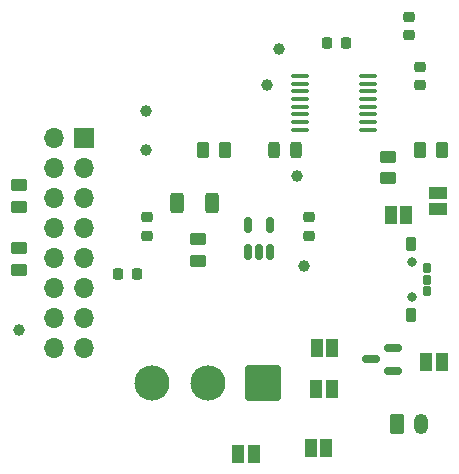
<source format=gbr>
%TF.GenerationSoftware,KiCad,Pcbnew,(6.0.4-0)*%
%TF.CreationDate,2024-03-24T13:43:06+02:00*%
%TF.ProjectId,Project_PCB_v1,50726f6a-6563-4745-9f50-43425f76312e,rev?*%
%TF.SameCoordinates,Original*%
%TF.FileFunction,Soldermask,Top*%
%TF.FilePolarity,Negative*%
%FSLAX46Y46*%
G04 Gerber Fmt 4.6, Leading zero omitted, Abs format (unit mm)*
G04 Created by KiCad (PCBNEW (6.0.4-0)) date 2024-03-24 13:43:06*
%MOMM*%
%LPD*%
G01*
G04 APERTURE LIST*
G04 Aperture macros list*
%AMRoundRect*
0 Rectangle with rounded corners*
0 $1 Rounding radius*
0 $2 $3 $4 $5 $6 $7 $8 $9 X,Y pos of 4 corners*
0 Add a 4 corners polygon primitive as box body*
4,1,4,$2,$3,$4,$5,$6,$7,$8,$9,$2,$3,0*
0 Add four circle primitives for the rounded corners*
1,1,$1+$1,$2,$3*
1,1,$1+$1,$4,$5*
1,1,$1+$1,$6,$7*
1,1,$1+$1,$8,$9*
0 Add four rect primitives between the rounded corners*
20,1,$1+$1,$2,$3,$4,$5,0*
20,1,$1+$1,$4,$5,$6,$7,0*
20,1,$1+$1,$6,$7,$8,$9,0*
20,1,$1+$1,$8,$9,$2,$3,0*%
G04 Aperture macros list end*
%ADD10RoundRect,0.243750X0.243750X0.456250X-0.243750X0.456250X-0.243750X-0.456250X0.243750X-0.456250X0*%
%ADD11RoundRect,0.225000X0.250000X-0.225000X0.250000X0.225000X-0.250000X0.225000X-0.250000X-0.225000X0*%
%ADD12RoundRect,0.218750X0.218750X0.256250X-0.218750X0.256250X-0.218750X-0.256250X0.218750X-0.256250X0*%
%ADD13RoundRect,0.250000X0.450000X-0.262500X0.450000X0.262500X-0.450000X0.262500X-0.450000X-0.262500X0*%
%ADD14RoundRect,0.250000X0.312500X0.625000X-0.312500X0.625000X-0.312500X-0.625000X0.312500X-0.625000X0*%
%ADD15RoundRect,0.250000X-0.262500X-0.450000X0.262500X-0.450000X0.262500X0.450000X-0.262500X0.450000X0*%
%ADD16RoundRect,0.150000X0.587500X0.150000X-0.587500X0.150000X-0.587500X-0.150000X0.587500X-0.150000X0*%
%ADD17R,1.700000X1.700000*%
%ADD18O,1.700000X1.700000*%
%ADD19R,1.000000X1.500000*%
%ADD20RoundRect,0.250000X-0.350000X-0.625000X0.350000X-0.625000X0.350000X0.625000X-0.350000X0.625000X0*%
%ADD21O,1.200000X1.750000*%
%ADD22RoundRect,0.250000X0.262500X0.450000X-0.262500X0.450000X-0.262500X-0.450000X0.262500X-0.450000X0*%
%ADD23C,1.000000*%
%ADD24R,1.500000X1.000000*%
%ADD25RoundRect,0.250000X-0.450000X0.262500X-0.450000X-0.262500X0.450000X-0.262500X0.450000X0.262500X0*%
%ADD26RoundRect,0.225000X-0.250000X0.225000X-0.250000X-0.225000X0.250000X-0.225000X0.250000X0.225000X0*%
%ADD27C,0.800000*%
%ADD28RoundRect,0.102000X-0.255000X0.300000X-0.255000X-0.300000X0.255000X-0.300000X0.255000X0.300000X0*%
%ADD29RoundRect,0.102000X-0.350000X0.450000X-0.350000X-0.450000X0.350000X-0.450000X0.350000X0.450000X0*%
%ADD30RoundRect,0.150000X0.150000X-0.512500X0.150000X0.512500X-0.150000X0.512500X-0.150000X-0.512500X0*%
%ADD31RoundRect,0.100000X-0.637500X-0.100000X0.637500X-0.100000X0.637500X0.100000X-0.637500X0.100000X0*%
%ADD32RoundRect,0.102000X1.387500X1.387500X-1.387500X1.387500X-1.387500X-1.387500X1.387500X-1.387500X0*%
%ADD33C,2.979000*%
%ADD34RoundRect,0.225000X-0.225000X-0.250000X0.225000X-0.250000X0.225000X0.250000X-0.225000X0.250000X0*%
G04 APERTURE END LIST*
D10*
%TO.C,Fault1*%
X111437500Y-75250000D03*
X109562500Y-75250000D03*
%TD*%
D11*
%TO.C,C_Vm1*%
X120965000Y-65525000D03*
X120965000Y-63975000D03*
%TD*%
D12*
%TO.C,D_Stat1*%
X97934641Y-85750000D03*
X96359641Y-85750000D03*
%TD*%
D13*
%TO.C,R_S2*%
X119215000Y-77662500D03*
X119215000Y-75837500D03*
%TD*%
D14*
%TO.C,R_Prog1*%
X104295359Y-79750000D03*
X101370359Y-79750000D03*
%TD*%
D15*
%TO.C,R_Fault1*%
X103587500Y-75250000D03*
X105412500Y-75250000D03*
%TD*%
D16*
%TO.C,Q1*%
X119687500Y-93950000D03*
X119687500Y-92050000D03*
X117812500Y-93000000D03*
%TD*%
D17*
%TO.C,PinCon1*%
X93500000Y-74250000D03*
D18*
X90960000Y-74250000D03*
X93500000Y-76790000D03*
X90960000Y-76790000D03*
X93500000Y-79330000D03*
X90960000Y-79330000D03*
X93500000Y-81870000D03*
X90960000Y-81870000D03*
X93500000Y-84410000D03*
X90960000Y-84410000D03*
X93500000Y-86950000D03*
X90960000Y-86950000D03*
X93500000Y-89490000D03*
X90960000Y-89490000D03*
X93500000Y-92030000D03*
X90960000Y-92030000D03*
%TD*%
D19*
%TO.C,JP_SA_C1*%
X123765000Y-93250000D03*
X122465000Y-93250000D03*
%TD*%
D20*
%TO.C,J2*%
X120005000Y-98445000D03*
D21*
X122005000Y-98445000D03*
%TD*%
D22*
%TO.C,R_S1*%
X123790000Y-75250000D03*
X121965000Y-75250000D03*
%TD*%
D19*
%TO.C,JP_SA1*%
X114465000Y-95500000D03*
X113165000Y-95500000D03*
%TD*%
D23*
%TO.C,TP_En1*%
X109000000Y-69750000D03*
%TD*%
D24*
%TO.C,JP_S1*%
X123465000Y-80250000D03*
X123465000Y-78950000D03*
%TD*%
D19*
%TO.C,JP_SA_Bat1*%
X113215000Y-92000000D03*
X114515000Y-92000000D03*
%TD*%
D23*
%TO.C,TPM1A1*%
X110000000Y-66750000D03*
%TD*%
%TO.C,TPM2A1*%
X98750000Y-72000000D03*
%TD*%
D25*
%TO.C,R1*%
X88000000Y-78250000D03*
X88000000Y-80075000D03*
%TD*%
D13*
%TO.C,R_Stat1*%
X103147141Y-84662500D03*
X103147141Y-82837500D03*
%TD*%
D23*
%TO.C,TP_Charge1*%
X112147141Y-85082500D03*
%TD*%
D26*
%TO.C,C_Vcp1*%
X121965000Y-68225000D03*
X121965000Y-69775000D03*
%TD*%
D19*
%TO.C,JP_SB_Bat1*%
X114015000Y-100500000D03*
X112715000Y-100500000D03*
%TD*%
D25*
%TO.C,R2*%
X88000000Y-83587500D03*
X88000000Y-85412500D03*
%TD*%
D27*
%TO.C,SA1*%
X121250000Y-84750000D03*
X121250000Y-87750000D03*
D28*
X122530000Y-85250000D03*
X122530000Y-87250000D03*
X122530000Y-86250000D03*
D29*
X121175000Y-89250000D03*
X121175000Y-83250000D03*
%TD*%
D23*
%TO.C,TP1B1*%
X111500000Y-77500000D03*
%TD*%
D30*
%TO.C,Charge1*%
X107334641Y-83887500D03*
X108284641Y-83887500D03*
X109234641Y-83887500D03*
X109234641Y-81612500D03*
X107334641Y-81612500D03*
%TD*%
D31*
%TO.C,MD1*%
X111780000Y-69000000D03*
X111780000Y-69650000D03*
X111780000Y-70300000D03*
X111780000Y-70950000D03*
X111780000Y-71600000D03*
X111780000Y-72250000D03*
X111780000Y-72900000D03*
X111780000Y-73550000D03*
X117505000Y-73550000D03*
X117505000Y-72900000D03*
X117505000Y-72250000D03*
X117505000Y-71600000D03*
X117505000Y-70950000D03*
X117505000Y-70300000D03*
X117505000Y-69650000D03*
X117505000Y-69000000D03*
%TD*%
D11*
%TO.C,C_Batt1*%
X112500000Y-82525000D03*
X112500000Y-80975000D03*
%TD*%
D19*
%TO.C,JP_SB1*%
X107865000Y-101000000D03*
X106565000Y-101000000D03*
%TD*%
D32*
%TO.C,SB1*%
X108665000Y-95000000D03*
D33*
X103965000Y-95000000D03*
X99265000Y-95000000D03*
%TD*%
D23*
%TO.C,TP_ADC1*%
X88000000Y-90500000D03*
%TD*%
%TO.C,TP2B1*%
X98750000Y-75250000D03*
%TD*%
D34*
%TO.C,C_Vint1*%
X114092500Y-66250000D03*
X115642500Y-66250000D03*
%TD*%
D19*
%TO.C,JP_S2*%
X119465000Y-80750000D03*
X120765000Y-80750000D03*
%TD*%
D11*
%TO.C,C_Vdd1*%
X98832859Y-82525000D03*
X98832859Y-80975000D03*
%TD*%
M02*

</source>
